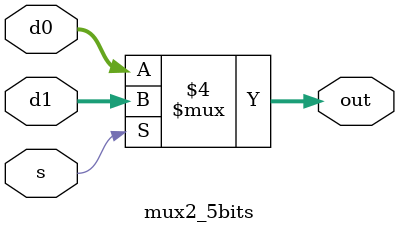
<source format=sv>
module mux2_5bits (d0, d1, s, out);
	
	input logic [4:0] d0;
	input logic [4:0] d1;
	output logic [4:0] out;
	input logic s;
	
	always_comb begin 
		if(s == 1'b0)
			out = d0;
		else
			out = d1;
	end
	
endmodule 
</source>
